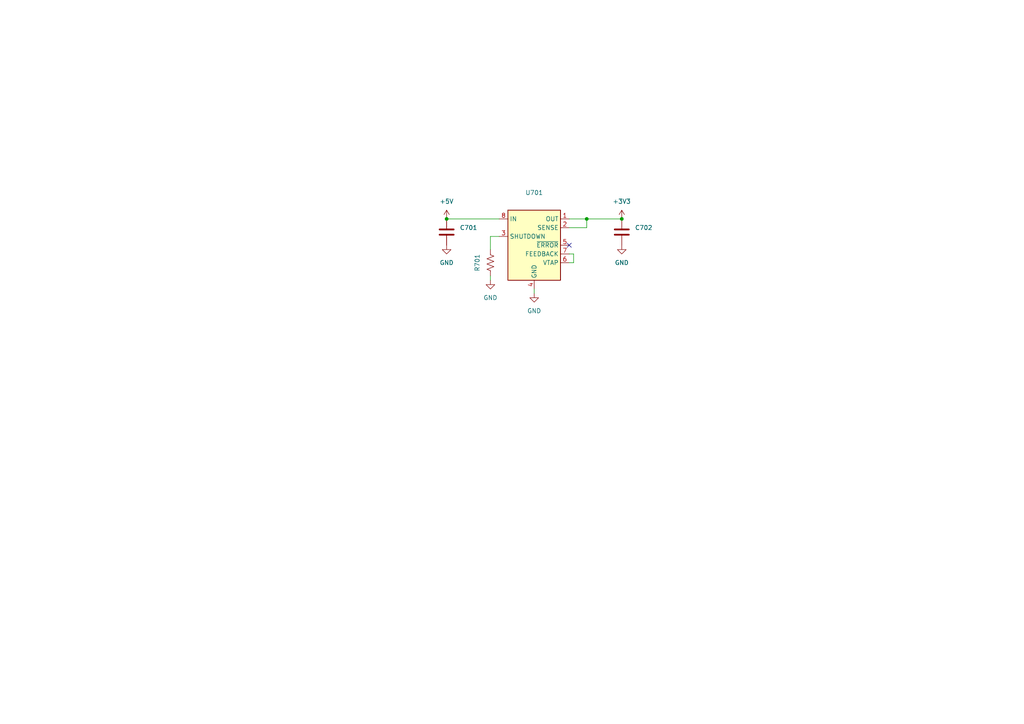
<source format=kicad_sch>
(kicad_sch (version 20211123) (generator eeschema)
  (paper "A4")
  (lib_symbols
    (symbol "Device:C" (pin_numbers hide) (pin_names (offset 0.254))
      (property "Reference" "C" (at 0.635 2.54 0))
      (property "Value" "C" (at 0.635 -2.54 0))
      (symbol "C_0_1"
        (polyline (pts (xy -2.032 -0.762) (xy 2.032 -0.762)) (stroke (width 0.508)))
        (polyline (pts (xy -2.032 0.762) (xy 2.032 0.762)) (stroke (width 0.508)))
      )
      (symbol "C_1_1"
        (pin passive line (at 0 3.81 270) (length 2.794) (name "~") (number "1"))
        (pin passive line (at 0 -3.81 90) (length 2.794) (name "~") (number "2"))
      )
    )
    (symbol "Device:R_US" (pin_numbers hide) (pin_names (offset 0))
      (property "Reference" "R" (at 2.54 0 90))
      (property "Value" "R_US" (at -2.54 0 90))
      (symbol "R_US_0_1"
        (polyline (pts (xy 0 -2.286) (xy 0 -2.54)))
        (polyline (pts (xy 0 2.286) (xy 0 2.54)))
        (polyline (pts (xy 0 -0.762) (xy 1.016 -1.143) (xy 0 -1.524) (xy -1.016 -1.905) (xy 0 -2.286)))
        (polyline (pts (xy 0 0.762) (xy 1.016 0.381) (xy 0 0) (xy -1.016 -0.381) (xy 0 -0.762)))
        (polyline (pts (xy 0 2.286) (xy 1.016 1.905) (xy 0 1.524) (xy -1.016 1.143) (xy 0 0.762)))
      )
      (symbol "R_US_1_1"
        (pin passive line (at 0 3.81 270) (length 1.27) (name "~") (number "1"))
        (pin passive line (at 0 -3.81 90) (length 1.27) (name "~") (number "2"))
      )
    )
    (symbol "Regulator_Linear:LP2951-3.3_SOIC"
      (property "Reference" "U" (at -6.35 11.43 0))
      (property "Value" "LP2951-3.3_SOIC" (at 10.16 11.43 0))
      (symbol "LP2951-3.3_SOIC_0_1"
        (rectangle (start -7.62 10.16) (end 7.62 -10.16) (stroke (width 0.254)) (fill (type background)))
      )
      (symbol "LP2951-3.3_SOIC_1_1"
        (pin power_out line (at 10.16 7.62 180) (length 2.54) (name "OUT") (number "1"))
        (pin passive line (at 10.16 5.08 180) (length 2.54) (name "SENSE") (number "2"))
        (pin input line (at -10.16 2.54 0) (length 2.54) (name "SHUTDOWN") (number "3"))
        (pin power_in line (at 0 -12.7 90) (length 2.54) (name "GND") (number "4"))
        (pin open_collector line (at 10.16 0 180) (length 2.54) (name "~{ERROR}") (number "5"))
        (pin input line (at 10.16 -5.08 180) (length 2.54) (name "VTAP") (number "6"))
        (pin input line (at 10.16 -2.54 180) (length 2.54) (name "FEEDBACK") (number "7"))
        (pin power_in line (at -10.16 7.62 0) (length 2.54) (name "IN") (number "8"))
      )
    )
    (symbol "power:+3.3V" (power) (pin_names (offset 0))
      (property "Value" "+3.3V" (at 0 3.556 0))
      (symbol "+3.3V_0_1"
        (polyline (pts (xy -0.762 1.27) (xy 0 2.54)))
        (polyline (pts (xy 0 0) (xy 0 2.54)))
        (polyline (pts (xy 0 2.54) (xy 0.762 1.27)))
      )
      (symbol "+3.3V_1_1"
        (pin power_in line (at 0 0 90) (length 0) hide (name "+3V3") (number "1"))
      )
    )
    (symbol "power:+5V" (power) (pin_names (offset 0))
      (property "Value" "+5V" (at 0 3.556 0))
      (symbol "+5V_0_1"
        (polyline (pts (xy -0.762 1.27) (xy 0 2.54)))
        (polyline (pts (xy 0 0) (xy 0 2.54)))
        (polyline (pts (xy 0 2.54) (xy 0.762 1.27)))
      )
      (symbol "+5V_1_1"
        (pin power_in line (at 0 0 90) (length 0) hide (name "+5V") (number "1"))
      )
    )
    (symbol "power:GND" (power) (pin_names (offset 0))
      (property "Value" "GND" (at 0 -3.81 0))
      (symbol "GND_0_1"
        (polyline (pts (xy 0 0) (xy 0 -1.27) (xy 1.27 -1.27) (xy 0 -2.54) (xy -1.27 -1.27) (xy 0 -1.27)))
      )
      (symbol "GND_1_1"
        (pin power_in line (at 0 0 270) (length 0) hide (name "GND") (number "1"))
      )
    )
  )
  (junction (at 129.54 63.5))
  (junction (at 170.18 63.5))
  (junction (at 180.34 63.5))
  (no_connect (at 165.1 71.12))
  (wire (pts (xy 142.24 68.58) (xy 144.78 68.58)))
  (wire (pts (xy 165.1 63.5) (xy 170.18 63.5)))
  (wire (pts (xy 170.18 63.5) (xy 170.18 66.04)))
  (wire (pts (xy 166.37 73.66) (xy 165.1 73.66)))
  (wire (pts (xy 129.54 63.5) (xy 144.78 63.5)))
  (wire (pts (xy 166.37 76.2) (xy 165.1 76.2)))
  (wire (pts (xy 170.18 66.04) (xy 165.1 66.04)))
  (wire (pts (xy 142.24 72.39) (xy 142.24 68.58)))
  (wire (pts (xy 154.94 83.82) (xy 154.94 85.09)))
  (wire (pts (xy 180.34 63.5) (xy 170.18 63.5)))
  (wire (pts (xy 166.37 73.66) (xy 166.37 76.2)))
  (wire (pts (xy 142.24 80.01) (xy 142.24 81.28)))
  (symbol (lib_id "power:GND") (at 154.94 85.09 0) (unit 1)
    (property "Reference" "#PWR0704" (effects hide))
    (property "Value" "GND" (at 154.94 90.17 0))
  )
  (symbol (lib_id "power:+3.3V") (at 180.34 63.5 0) (unit 1)
    (property "Reference" "#PWR0705" (effects hide))
    (property "Value" "+3.3V" (at 180.34 58.42 0))
  )
  (symbol (lib_id "Device:C") (at 180.34 67.31 0) (unit 1)
    (property "Reference" "C702" (at 184.15 66.0399 0) (effects (justify left)))
    (property "Manufacturer" "Generic" (effects hide))
    (property "PartNumber" "Generic" (effects hide))
  )
  (symbol (lib_id "power:GND") (at 129.54 71.12 0) (unit 1)
    (property "Reference" "#PWR0702" (effects hide))
    (property "Value" "GND" (at 129.54 76.2 0))
  )
  (symbol (lib_id "power:GND") (at 142.24 81.28 0) (unit 1)
    (property "Reference" "#PWR0703" (effects hide))
    (property "Value" "GND" (at 142.24 86.36 0))
  )
  (symbol (lib_id "power:+5V") (at 129.54 63.5 0) (unit 1)
    (property "Reference" "#PWR0701" (effects hide))
    (property "Value" "+5V" (at 129.54 58.42 0))
  )
  (symbol (lib_id "Device:C") (at 129.54 67.31 0) (unit 1)
    (property "Reference" "C701" (at 133.35 66.0399 0) (effects (justify left)))
    (property "Manufacturer" "Generic" (effects hide))
    (property "PartNumber" "Generic" (effects hide))
  )
  (symbol (lib_id "Regulator_Linear:LP2951-3.3_SOIC") (at 154.94 71.12 0) (unit 1)
    (property "Reference" "U701" (at 154.94 55.88 0))
    (property "Datasheet" "http://www.ti.com/lit/ds/symlink/lp2951.pdf" (effects hide))
    (property "Manufacturer" "Texas Instrument" (effects hide))
    (property "PartNumber" "LP2951-33D" (effects hide))
  )
  (symbol (lib_id "power:GND") (at 180.34 71.12 0) (unit 1)
    (property "Reference" "#PWR0706" (effects hide))
    (property "Value" "GND" (at 180.34 76.2 0))
  )
  (symbol (lib_id "Device:R_US") (at 142.24 76.2 0) (unit 1)
    (property "Reference" "R701" (at 138.43 76.2 90))
    (property "Manufacturer" "Generic" (effects hide))
    (property "PartNumber" "Generic" (effects hide))
  )
)
</source>
